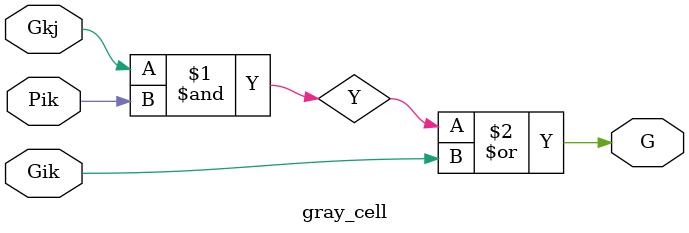
<source format=v>
`timescale 1ns / 1ps


module gray_cell(Gkj, Pik, Gik, G);
 //gray cell
 input Gkj, Pik, Gik;
 output G;
 wire Y;
 
 and(Y, Gkj, Pik);
 or(G, Y, Gik);

endmodule


</source>
